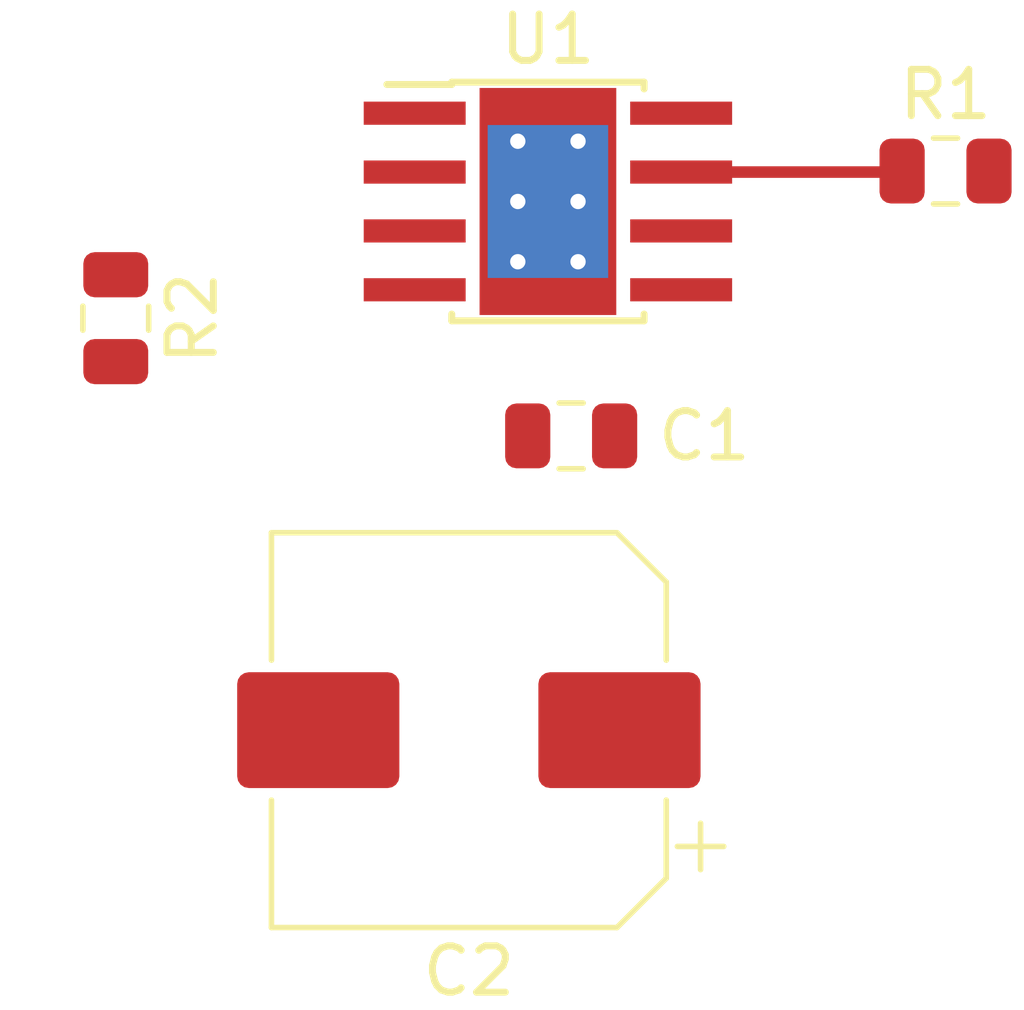
<source format=kicad_pcb>
(kicad_pcb (version 20171130) (host pcbnew "(5.1.2)-2")

  (general
    (thickness 1.6)
    (drawings 0)
    (tracks 2)
    (zones 0)
    (modules 5)
    (nets 5)
  )

  (page A4)
  (layers
    (0 F.Cu signal)
    (31 B.Cu signal)
    (32 B.Adhes user)
    (33 F.Adhes user)
    (34 B.Paste user)
    (35 F.Paste user)
    (36 B.SilkS user)
    (37 F.SilkS user)
    (38 B.Mask user)
    (39 F.Mask user)
    (40 Dwgs.User user)
    (41 Cmts.User user)
    (42 Eco1.User user)
    (43 Eco2.User user)
    (44 Edge.Cuts user)
    (45 Margin user)
    (46 B.CrtYd user)
    (47 F.CrtYd user)
    (48 B.Fab user)
    (49 F.Fab user)
  )

  (setup
    (last_trace_width 0.25)
    (trace_clearance 0.2)
    (zone_clearance 0.508)
    (zone_45_only no)
    (trace_min 0.2)
    (via_size 0.8)
    (via_drill 0.4)
    (via_min_size 0.4)
    (via_min_drill 0.3)
    (uvia_size 0.3)
    (uvia_drill 0.1)
    (uvias_allowed no)
    (uvia_min_size 0.2)
    (uvia_min_drill 0.1)
    (edge_width 0.05)
    (segment_width 0.2)
    (pcb_text_width 0.3)
    (pcb_text_size 1.5 1.5)
    (mod_edge_width 0.12)
    (mod_text_size 1 1)
    (mod_text_width 0.15)
    (pad_size 2.2 0.5)
    (pad_drill 0)
    (pad_to_mask_clearance 0.051)
    (solder_mask_min_width 0.25)
    (aux_axis_origin 0 0)
    (visible_elements FFFFFF7F)
    (pcbplotparams
      (layerselection 0x010fc_ffffffff)
      (usegerberextensions false)
      (usegerberattributes false)
      (usegerberadvancedattributes false)
      (creategerberjobfile false)
      (excludeedgelayer true)
      (linewidth 0.100000)
      (plotframeref false)
      (viasonmask false)
      (mode 1)
      (useauxorigin false)
      (hpglpennumber 1)
      (hpglpenspeed 20)
      (hpglpendiameter 15.000000)
      (psnegative false)
      (psa4output false)
      (plotreference true)
      (plotvalue true)
      (plotinvisibletext false)
      (padsonsilk false)
      (subtractmaskfromsilk false)
      (outputformat 1)
      (mirror false)
      (drillshape 1)
      (scaleselection 1)
      (outputdirectory ""))
  )

  (net 0 "")
  (net 1 VCC)
  (net 2 GND)
  (net 3 "Net-(R1-Pad1)")
  (net 4 "Net-(R2-Pad1)")

  (net_class Default "This is the default net class."
    (clearance 0.2)
    (trace_width 0.25)
    (via_dia 0.8)
    (via_drill 0.4)
    (uvia_dia 0.3)
    (uvia_drill 0.1)
    (add_net GND)
    (add_net "Net-(R1-Pad1)")
    (add_net "Net-(R2-Pad1)")
    (add_net VCC)
  )

  (module Package_SO:Texas_HTSOP-8-1EP_3.9x4.9mm_P1.27mm_EP2.95x4.9mm_Mask2.4x3.1mm_ThermalVias (layer F.Cu) (tedit 5E10F18B) (tstamp 5E114399)
    (at 143.946 86.382)
    (descr "8-pin HTSOP package with 1.27mm pin pitch, compatible with SOIC-8, 3.9x4.9mm body, exposed pad, thermal vias, http://www.ti.com/lit/ds/symlink/drv8870.pdf")
    (tags "HTSOP 1.27")
    (path /5E11590C)
    (solder_mask_margin 0.07)
    (attr smd)
    (fp_text reference U1 (at 0 -3.5) (layer F.SilkS)
      (effects (font (size 1 1) (thickness 0.15)))
    )
    (fp_text value DRV8871DDA (at 0 3.5) (layer F.Fab)
      (effects (font (size 1 1) (thickness 0.15)))
    )
    (fp_line (start -2.075 -2.525) (end -3.475 -2.525) (layer F.SilkS) (width 0.15))
    (fp_line (start -2.075 2.575) (end 2.075 2.575) (layer F.SilkS) (width 0.15))
    (fp_line (start -2.075 -2.575) (end 2.075 -2.575) (layer F.SilkS) (width 0.15))
    (fp_line (start -2.075 2.575) (end -2.075 2.43) (layer F.SilkS) (width 0.15))
    (fp_line (start 2.075 2.575) (end 2.075 2.43) (layer F.SilkS) (width 0.15))
    (fp_line (start 2.075 -2.575) (end 2.075 -2.43) (layer F.SilkS) (width 0.15))
    (fp_line (start -2.075 -2.575) (end -2.075 -2.525) (layer F.SilkS) (width 0.15))
    (fp_line (start -4.2 2.75) (end 4.2 2.75) (layer F.CrtYd) (width 0.05))
    (fp_line (start -4.2 -2.75) (end 4.2 -2.75) (layer F.CrtYd) (width 0.05))
    (fp_line (start 4.2 -2.75) (end 4.2 2.75) (layer F.CrtYd) (width 0.05))
    (fp_line (start -4.2 -2.75) (end -4.2 2.75) (layer F.CrtYd) (width 0.05))
    (fp_line (start -1.95 -1.45) (end -0.95 -2.45) (layer F.Fab) (width 0.15))
    (fp_line (start -1.95 2.45) (end -1.95 -1.45) (layer F.Fab) (width 0.15))
    (fp_line (start 1.95 2.45) (end -1.95 2.45) (layer F.Fab) (width 0.15))
    (fp_line (start 1.95 -2.45) (end 1.95 2.45) (layer F.Fab) (width 0.15))
    (fp_line (start -0.95 -2.45) (end 1.95 -2.45) (layer F.Fab) (width 0.15))
    (fp_text user %R (at 0 0) (layer F.Fab)
      (effects (font (size 0.9 0.9) (thickness 0.135)))
    )
    (pad 9 thru_hole circle (at 0.65 1.3) (size 0.63 0.63) (drill 0.33) (layers *.Cu *.Mask)
      (net 2 GND))
    (pad 9 thru_hole circle (at -0.65 1.3) (size 0.63 0.63) (drill 0.33) (layers *.Cu *.Mask)
      (net 2 GND))
    (pad 9 thru_hole circle (at 0.65 -1.3) (size 0.63 0.63) (drill 0.33) (layers *.Cu *.Mask)
      (net 2 GND))
    (pad 9 thru_hole circle (at 0.65 0) (size 0.63 0.63) (drill 0.33) (layers *.Cu *.Mask)
      (net 2 GND))
    (pad 9 thru_hole circle (at -0.65 0) (size 0.63 0.63) (drill 0.33) (layers *.Cu *.Mask)
      (net 2 GND))
    (pad 9 thru_hole circle (at -0.65 -1.3) (size 0.63 0.63) (drill 0.33) (layers *.Cu *.Mask)
      (net 2 GND))
    (pad 9 smd rect (at 0 0) (size 2.95 4.9) (layers F.Cu)
      (net 2 GND))
    (pad 8 smd rect (at 2.875 -1.905) (size 2.2 0.5) (layers F.Cu F.Paste F.Mask))
    (pad 7 smd rect (at 2.875 -0.635) (size 2.2 0.5) (layers F.Cu F.Paste F.Mask)
      (net 3 "Net-(R1-Pad1)"))
    (pad 6 smd rect (at 2.875 0.635) (size 2.2 0.5) (layers F.Cu F.Paste F.Mask))
    (pad 5 smd rect (at 2.875 1.905) (size 2.2 0.5) (layers F.Cu F.Paste F.Mask)
      (net 1 VCC))
    (pad 4 smd rect (at -2.875 1.905) (size 2.2 0.5) (layers F.Cu F.Paste F.Mask)
      (net 4 "Net-(R2-Pad1)"))
    (pad 3 smd rect (at -2.875 0.635) (size 2.2 0.5) (layers F.Cu F.Paste F.Mask))
    (pad 2 smd rect (at -2.875 -0.635) (size 2.2 0.5) (layers F.Cu F.Paste F.Mask))
    (pad 1 smd rect (at -2.875 -1.905) (size 2.2 0.5) (layers F.Cu F.Paste F.Mask)
      (net 2 GND))
    (pad 9 smd rect (at 0 0) (size 2.6 3.3) (layers B.Cu)
      (net 2 GND))
    (pad "" smd rect (at 0 0) (size 2.4 3.1) (layers F.Mask))
    (pad "" smd rect (at 0 0) (size 2.4 3.1) (layers F.Paste))
    (model ${KISYS3DMOD}/Package_SO.3dshapes/Texas_HTSOP-8-1EP_3.9x4.9mm_P1.27mm_EP2.85x4.9mm_Mask2.4x3.1mm_ThermalVias.wrl
      (at (xyz 0 0 0))
      (scale (xyz 1 1 1))
      (rotate (xyz 0 0 0))
    )
  )

  (module Resistor_SMD:R_0805_2012Metric (layer F.Cu) (tedit 5B36C52B) (tstamp 5E1147B6)
    (at 152.527 85.725)
    (descr "Resistor SMD 0805 (2012 Metric), square (rectangular) end terminal, IPC_7351 nominal, (Body size source: https://docs.google.com/spreadsheets/d/1BsfQQcO9C6DZCsRaXUlFlo91Tg2WpOkGARC1WS5S8t0/edit?usp=sharing), generated with kicad-footprint-generator")
    (tags resistor)
    (path /5E117E06)
    (attr smd)
    (fp_text reference R1 (at 0 -1.65) (layer F.SilkS)
      (effects (font (size 1 1) (thickness 0.15)))
    )
    (fp_text value MeanShunt (at 0 1.65) (layer F.Fab) hide
      (effects (font (size 1 1) (thickness 0.15)))
    )
    (fp_text user %R (at 0 0) (layer F.Fab)
      (effects (font (size 0.5 0.5) (thickness 0.08)))
    )
    (fp_line (start 1.68 0.95) (end -1.68 0.95) (layer F.CrtYd) (width 0.05))
    (fp_line (start 1.68 -0.95) (end 1.68 0.95) (layer F.CrtYd) (width 0.05))
    (fp_line (start -1.68 -0.95) (end 1.68 -0.95) (layer F.CrtYd) (width 0.05))
    (fp_line (start -1.68 0.95) (end -1.68 -0.95) (layer F.CrtYd) (width 0.05))
    (fp_line (start -0.258578 0.71) (end 0.258578 0.71) (layer F.SilkS) (width 0.12))
    (fp_line (start -0.258578 -0.71) (end 0.258578 -0.71) (layer F.SilkS) (width 0.12))
    (fp_line (start 1 0.6) (end -1 0.6) (layer F.Fab) (width 0.1))
    (fp_line (start 1 -0.6) (end 1 0.6) (layer F.Fab) (width 0.1))
    (fp_line (start -1 -0.6) (end 1 -0.6) (layer F.Fab) (width 0.1))
    (fp_line (start -1 0.6) (end -1 -0.6) (layer F.Fab) (width 0.1))
    (pad 2 smd roundrect (at 0.9375 0) (size 0.975 1.4) (layers F.Cu F.Paste F.Mask) (roundrect_rratio 0.25)
      (net 2 GND))
    (pad 1 smd roundrect (at -0.9375 0) (size 0.975 1.4) (layers F.Cu F.Paste F.Mask) (roundrect_rratio 0.25)
      (net 3 "Net-(R1-Pad1)"))
    (model ${KISYS3DMOD}/Resistor_SMD.3dshapes/R_0805_2012Metric.wrl
      (at (xyz 0 0 0))
      (scale (xyz 1 1 1))
      (rotate (xyz 0 0 0))
    )
  )

  (module Capacitor_SMD:C_0805_2012Metric (layer F.Cu) (tedit 5B36C52B) (tstamp 5E10EBDE)
    (at 144.4475 91.44 180)
    (descr "Capacitor SMD 0805 (2012 Metric), square (rectangular) end terminal, IPC_7351 nominal, (Body size source: https://docs.google.com/spreadsheets/d/1BsfQQcO9C6DZCsRaXUlFlo91Tg2WpOkGARC1WS5S8t0/edit?usp=sharing), generated with kicad-footprint-generator")
    (tags capacitor)
    (path /5E10E8DE)
    (attr smd)
    (fp_text reference C1 (at -2.8725 0) (layer F.SilkS)
      (effects (font (size 1 1) (thickness 0.15)))
    )
    (fp_text value C (at -2.8725 0) (layer F.Fab)
      (effects (font (size 1 1) (thickness 0.15)))
    )
    (fp_line (start -1 0.6) (end -1 -0.6) (layer F.Fab) (width 0.1))
    (fp_line (start -1 -0.6) (end 1 -0.6) (layer F.Fab) (width 0.1))
    (fp_line (start 1 -0.6) (end 1 0.6) (layer F.Fab) (width 0.1))
    (fp_line (start 1 0.6) (end -1 0.6) (layer F.Fab) (width 0.1))
    (fp_line (start -0.258578 -0.71) (end 0.258578 -0.71) (layer F.SilkS) (width 0.12))
    (fp_line (start -0.258578 0.71) (end 0.258578 0.71) (layer F.SilkS) (width 0.12))
    (fp_line (start -1.68 0.95) (end -1.68 -0.95) (layer F.CrtYd) (width 0.05))
    (fp_line (start -1.68 -0.95) (end 1.68 -0.95) (layer F.CrtYd) (width 0.05))
    (fp_line (start 1.68 -0.95) (end 1.68 0.95) (layer F.CrtYd) (width 0.05))
    (fp_line (start 1.68 0.95) (end -1.68 0.95) (layer F.CrtYd) (width 0.05))
    (fp_text user %R (at 0 0) (layer F.Fab)
      (effects (font (size 0.5 0.5) (thickness 0.08)))
    )
    (pad 1 smd roundrect (at -0.9375 0 180) (size 0.975 1.4) (layers F.Cu F.Paste F.Mask) (roundrect_rratio 0.25)
      (net 1 VCC))
    (pad 2 smd roundrect (at 0.9375 0 180) (size 0.975 1.4) (layers F.Cu F.Paste F.Mask) (roundrect_rratio 0.25)
      (net 2 GND))
    (model ${KISYS3DMOD}/Capacitor_SMD.3dshapes/C_0805_2012Metric.wrl
      (at (xyz 0 0 0))
      (scale (xyz 1 1 1))
      (rotate (xyz 0 0 0))
    )
  )

  (module Capacitor_SMD:CP_Elec_8x10 (layer F.Cu) (tedit 5BCA39D0) (tstamp 5E10E8CB)
    (at 142.24 97.79 180)
    (descr "SMD capacitor, aluminum electrolytic, Nichicon, 8.0x10mm")
    (tags "capacitor electrolytic")
    (path /5E10F284)
    (attr smd)
    (fp_text reference C2 (at 0 -5.2) (layer F.SilkS)
      (effects (font (size 1 1) (thickness 0.15)))
    )
    (fp_text value CP (at 1.27 6.35) (layer F.Fab)
      (effects (font (size 1 1) (thickness 0.15)))
    )
    (fp_circle (center 0 0) (end 4 0) (layer F.Fab) (width 0.1))
    (fp_line (start 4.15 -4.15) (end 4.15 4.15) (layer F.Fab) (width 0.1))
    (fp_line (start -3.15 -4.15) (end 4.15 -4.15) (layer F.Fab) (width 0.1))
    (fp_line (start -3.15 4.15) (end 4.15 4.15) (layer F.Fab) (width 0.1))
    (fp_line (start -4.15 -3.15) (end -4.15 3.15) (layer F.Fab) (width 0.1))
    (fp_line (start -4.15 -3.15) (end -3.15 -4.15) (layer F.Fab) (width 0.1))
    (fp_line (start -4.15 3.15) (end -3.15 4.15) (layer F.Fab) (width 0.1))
    (fp_line (start -3.562278 -1.5) (end -2.762278 -1.5) (layer F.Fab) (width 0.1))
    (fp_line (start -3.162278 -1.9) (end -3.162278 -1.1) (layer F.Fab) (width 0.1))
    (fp_line (start 4.26 4.26) (end 4.26 1.51) (layer F.SilkS) (width 0.12))
    (fp_line (start 4.26 -4.26) (end 4.26 -1.51) (layer F.SilkS) (width 0.12))
    (fp_line (start -3.195563 -4.26) (end 4.26 -4.26) (layer F.SilkS) (width 0.12))
    (fp_line (start -3.195563 4.26) (end 4.26 4.26) (layer F.SilkS) (width 0.12))
    (fp_line (start -4.26 3.195563) (end -4.26 1.51) (layer F.SilkS) (width 0.12))
    (fp_line (start -4.26 -3.195563) (end -4.26 -1.51) (layer F.SilkS) (width 0.12))
    (fp_line (start -4.26 -3.195563) (end -3.195563 -4.26) (layer F.SilkS) (width 0.12))
    (fp_line (start -4.26 3.195563) (end -3.195563 4.26) (layer F.SilkS) (width 0.12))
    (fp_line (start -5.5 -2.51) (end -4.5 -2.51) (layer F.SilkS) (width 0.12))
    (fp_line (start -5 -3.01) (end -5 -2.01) (layer F.SilkS) (width 0.12))
    (fp_line (start 4.4 -4.4) (end 4.4 -1.5) (layer F.CrtYd) (width 0.05))
    (fp_line (start 4.4 -1.5) (end 5.25 -1.5) (layer F.CrtYd) (width 0.05))
    (fp_line (start 5.25 -1.5) (end 5.25 1.5) (layer F.CrtYd) (width 0.05))
    (fp_line (start 5.25 1.5) (end 4.4 1.5) (layer F.CrtYd) (width 0.05))
    (fp_line (start 4.4 1.5) (end 4.4 4.4) (layer F.CrtYd) (width 0.05))
    (fp_line (start -3.25 4.4) (end 4.4 4.4) (layer F.CrtYd) (width 0.05))
    (fp_line (start -3.25 -4.4) (end 4.4 -4.4) (layer F.CrtYd) (width 0.05))
    (fp_line (start -4.4 3.25) (end -3.25 4.4) (layer F.CrtYd) (width 0.05))
    (fp_line (start -4.4 -3.25) (end -3.25 -4.4) (layer F.CrtYd) (width 0.05))
    (fp_line (start -4.4 -3.25) (end -4.4 -1.5) (layer F.CrtYd) (width 0.05))
    (fp_line (start -4.4 1.5) (end -4.4 3.25) (layer F.CrtYd) (width 0.05))
    (fp_line (start -4.4 -1.5) (end -5.25 -1.5) (layer F.CrtYd) (width 0.05))
    (fp_line (start -5.25 -1.5) (end -5.25 1.5) (layer F.CrtYd) (width 0.05))
    (fp_line (start -5.25 1.5) (end -4.4 1.5) (layer F.CrtYd) (width 0.05))
    (fp_text user %R (at 0 0) (layer F.Fab)
      (effects (font (size 1 1) (thickness 0.15)))
    )
    (pad 1 smd roundrect (at -3.25 0 180) (size 3.5 2.5) (layers F.Cu F.Paste F.Mask) (roundrect_rratio 0.1)
      (net 1 VCC))
    (pad 2 smd roundrect (at 3.25 0 180) (size 3.5 2.5) (layers F.Cu F.Paste F.Mask) (roundrect_rratio 0.1)
      (net 2 GND))
    (model ${KISYS3DMOD}/Capacitor_SMD.3dshapes/CP_Elec_8x10.wrl
      (at (xyz 0 0 0))
      (scale (xyz 1 1 1))
      (rotate (xyz 0 0 0))
    )
  )

  (module Resistor_SMD:R_0805_2012Metric (layer F.Cu) (tedit 5B36C52B) (tstamp 5E113D5E)
    (at 134.62 88.9 270)
    (descr "Resistor SMD 0805 (2012 Metric), square (rectangular) end terminal, IPC_7351 nominal, (Body size source: https://docs.google.com/spreadsheets/d/1BsfQQcO9C6DZCsRaXUlFlo91Tg2WpOkGARC1WS5S8t0/edit?usp=sharing), generated with kicad-footprint-generator")
    (tags resistor)
    (path /5E1130CD)
    (attr smd)
    (fp_text reference R2 (at 0 -1.65 90) (layer F.SilkS)
      (effects (font (size 1 1) (thickness 0.15)))
    )
    (fp_text value 30kR (at 0 1.65 90) (layer F.Fab)
      (effects (font (size 1 1) (thickness 0.15)))
    )
    (fp_line (start -1 0.6) (end -1 -0.6) (layer F.Fab) (width 0.1))
    (fp_line (start -1 -0.6) (end 1 -0.6) (layer F.Fab) (width 0.1))
    (fp_line (start 1 -0.6) (end 1 0.6) (layer F.Fab) (width 0.1))
    (fp_line (start 1 0.6) (end -1 0.6) (layer F.Fab) (width 0.1))
    (fp_line (start -0.258578 -0.71) (end 0.258578 -0.71) (layer F.SilkS) (width 0.12))
    (fp_line (start -0.258578 0.71) (end 0.258578 0.71) (layer F.SilkS) (width 0.12))
    (fp_line (start -1.68 0.95) (end -1.68 -0.95) (layer F.CrtYd) (width 0.05))
    (fp_line (start -1.68 -0.95) (end 1.68 -0.95) (layer F.CrtYd) (width 0.05))
    (fp_line (start 1.68 -0.95) (end 1.68 0.95) (layer F.CrtYd) (width 0.05))
    (fp_line (start 1.68 0.95) (end -1.68 0.95) (layer F.CrtYd) (width 0.05))
    (fp_text user %R (at 0 0 90) (layer F.Fab)
      (effects (font (size 0.5 0.5) (thickness 0.08)))
    )
    (pad 1 smd roundrect (at -0.9375 0 270) (size 0.975 1.4) (layers F.Cu F.Paste F.Mask) (roundrect_rratio 0.25)
      (net 4 "Net-(R2-Pad1)"))
    (pad 2 smd roundrect (at 0.9375 0 270) (size 0.975 1.4) (layers F.Cu F.Paste F.Mask) (roundrect_rratio 0.25)
      (net 2 GND))
    (model ${KISYS3DMOD}/Resistor_SMD.3dshapes/R_0805_2012Metric.wrl
      (at (xyz 0 0 0))
      (scale (xyz 1 1 1))
      (rotate (xyz 0 0 0))
    )
  )

  (segment (start 151.5675 85.747) (end 151.5895 85.725) (width 0.25) (layer F.Cu) (net 3))
  (segment (start 146.821 85.747) (end 151.5675 85.747) (width 0.25) (layer F.Cu) (net 3))

)

</source>
